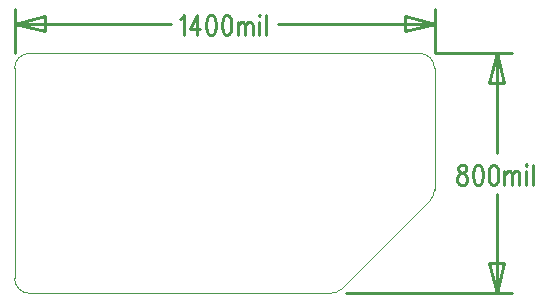
<source format=gbr>
G04 This is an RS-274x file exported by *
G04 gerbv version 2.6.1 *
G04 More information is available about gerbv at *
G04 http://gerbv.geda-project.org/ *
G04 --End of header info--*
%MOIN*%
%FSLAX34Y34*%
%IPPOS*%
%IN "KeyChainDevBoard.pcb"*%
G04 --Define apertures--*
%ADD10C,0.0010*%
%ADD11C,0.0100*%
G04 --Start main section--*
G54D10*
G01X0010000Y0010500D02*
G75*
G03X0010500Y0010000I0000500J0000000D01*
G01X0010000Y0010500D02*
G01X0010000Y0017500D01*
G01X0010500Y0018000D02*
G75*
G03X0010000Y0017500I0000000J-000500D01*
G01X0010500Y0018000D02*
G01X0023500Y0018000D01*
G01X0024000Y0017500D02*
G75*
G03X0023500Y0018000I-000500J0000000D01*
G01X0024000Y0017500D02*
G01X0024000Y0013457D01*
G01X0023854Y0013104D02*
G75*
G03X0024000Y0013457I-000354J0000353D01*
G01X0023854Y0013104D02*
G01X0020896Y0010146D01*
G01X0020543Y0010000D02*
G75*
G03X0020896Y0010146I0000000J0000500D01*
G01X0020543Y0010000D02*
G01X0010500Y0010000D01*
G01X0010000Y0017500D02*
G01X0010000Y0017500D01*
G01X0024000Y0017500D02*
G01X0024000Y0017500D01*
G01X0020543Y0010000D02*
G01X0020543Y0010000D01*
G01X0023500Y0018000D02*
G01X0023500Y0018000D01*
G54D11*
G01X0010000Y0018980D02*
G01X0015223Y0018980D01*
G01X0010000Y0018980D02*
G01X0011000Y0019230D01*
G01X0011000Y0019230D02*
G01X0011000Y0018730D01*
G01X0011000Y0018730D02*
G01X0010000Y0018980D01*
G01X0024000Y0018980D02*
G01X0018777Y0018980D01*
G01X0024000Y0018980D02*
G01X0023000Y0018730D01*
G01X0023000Y0018730D02*
G01X0023000Y0019230D01*
G01X0023000Y0019230D02*
G01X0024000Y0018980D01*
G01X0010000Y0018000D02*
G01X0010000Y0019480D01*
G01X0024000Y0018000D02*
G01X0024000Y0019480D01*
G01X0015523Y0019136D02*
G01X0015568Y0019168D01*
G01X0015568Y0019168D02*
G01X0015636Y0019261D01*
G01X0015636Y0019261D02*
G01X0015636Y0018605D01*
G01X0016068Y0019261D02*
G01X0015841Y0018824D01*
G01X0015841Y0018824D02*
G01X0016182Y0018824D01*
G01X0016068Y0019261D02*
G01X0016068Y0018605D01*
G01X0016523Y0019261D02*
G01X0016455Y0019230D01*
G01X0016455Y0019230D02*
G01X0016409Y0019136D01*
G01X0016409Y0019136D02*
G01X0016386Y0018980D01*
G01X0016386Y0018980D02*
G01X0016386Y0018886D01*
G01X0016386Y0018886D02*
G01X0016409Y0018730D01*
G01X0016409Y0018730D02*
G01X0016455Y0018636D01*
G01X0016455Y0018636D02*
G01X0016523Y0018605D01*
G01X0016523Y0018605D02*
G01X0016568Y0018605D01*
G01X0016568Y0018605D02*
G01X0016636Y0018636D01*
G01X0016636Y0018636D02*
G01X0016682Y0018730D01*
G01X0016682Y0018730D02*
G01X0016705Y0018886D01*
G01X0016705Y0018886D02*
G01X0016705Y0018980D01*
G01X0016705Y0018980D02*
G01X0016682Y0019136D01*
G01X0016682Y0019136D02*
G01X0016636Y0019230D01*
G01X0016636Y0019230D02*
G01X0016568Y0019261D01*
G01X0016568Y0019261D02*
G01X0016523Y0019261D01*
G01X0017046Y0019261D02*
G01X0016977Y0019230D01*
G01X0016977Y0019230D02*
G01X0016932Y0019136D01*
G01X0016932Y0019136D02*
G01X0016909Y0018980D01*
G01X0016909Y0018980D02*
G01X0016909Y0018886D01*
G01X0016909Y0018886D02*
G01X0016932Y0018730D01*
G01X0016932Y0018730D02*
G01X0016977Y0018636D01*
G01X0016977Y0018636D02*
G01X0017046Y0018605D01*
G01X0017046Y0018605D02*
G01X0017091Y0018605D01*
G01X0017091Y0018605D02*
G01X0017159Y0018636D01*
G01X0017159Y0018636D02*
G01X0017205Y0018730D01*
G01X0017205Y0018730D02*
G01X0017227Y0018886D01*
G01X0017227Y0018886D02*
G01X0017227Y0018980D01*
G01X0017227Y0018980D02*
G01X0017205Y0019136D01*
G01X0017205Y0019136D02*
G01X0017159Y0019230D01*
G01X0017159Y0019230D02*
G01X0017091Y0019261D01*
G01X0017091Y0019261D02*
G01X0017046Y0019261D01*
G01X0017432Y0019043D02*
G01X0017432Y0018605D01*
G01X0017432Y0018918D02*
G01X0017500Y0019011D01*
G01X0017500Y0019011D02*
G01X0017546Y0019043D01*
G01X0017546Y0019043D02*
G01X0017614Y0019043D01*
G01X0017614Y0019043D02*
G01X0017659Y0019011D01*
G01X0017659Y0019011D02*
G01X0017682Y0018918D01*
G01X0017682Y0018918D02*
G01X0017682Y0018605D01*
G01X0017682Y0018918D02*
G01X0017750Y0019011D01*
G01X0017750Y0019011D02*
G01X0017796Y0019043D01*
G01X0017796Y0019043D02*
G01X0017864Y0019043D01*
G01X0017864Y0019043D02*
G01X0017909Y0019011D01*
G01X0017909Y0019011D02*
G01X0017932Y0018918D01*
G01X0017932Y0018918D02*
G01X0017932Y0018605D01*
G01X0018136Y0019261D02*
G01X0018159Y0019230D01*
G01X0018159Y0019230D02*
G01X0018182Y0019261D01*
G01X0018182Y0019261D02*
G01X0018159Y0019293D01*
G01X0018159Y0019293D02*
G01X0018136Y0019261D01*
G01X0018159Y0019043D02*
G01X0018159Y0018605D01*
G01X0018386Y0019261D02*
G01X0018386Y0018605D01*
G01X0026070Y0010000D02*
G01X0026070Y0013325D01*
G01X0026070Y0010000D02*
G01X0025820Y0011000D01*
G01X0025820Y0011000D02*
G01X0026320Y0011000D01*
G01X0026320Y0011000D02*
G01X0026070Y0010000D01*
G01X0026070Y0018000D02*
G01X0026070Y0014675D01*
G01X0026070Y0018000D02*
G01X0026320Y0017000D01*
G01X0026320Y0017000D02*
G01X0025820Y0017000D01*
G01X0025820Y0017000D02*
G01X0026070Y0018000D01*
G01X0021043Y0010000D02*
G01X0026570Y0010000D01*
G01X0024000Y0018000D02*
G01X0026570Y0018000D01*
G01X0024877Y0014281D02*
G01X0024809Y0014250D01*
G01X0024809Y0014250D02*
G01X0024786Y0014188D01*
G01X0024786Y0014188D02*
G01X0024786Y0014125D01*
G01X0024786Y0014125D02*
G01X0024809Y0014063D01*
G01X0024809Y0014063D02*
G01X0024854Y0014031D01*
G01X0024854Y0014031D02*
G01X0024945Y0014000D01*
G01X0024945Y0014000D02*
G01X0025013Y0013969D01*
G01X0025013Y0013969D02*
G01X0025059Y0013906D01*
G01X0025059Y0013906D02*
G01X0025081Y0013844D01*
G01X0025081Y0013844D02*
G01X0025081Y0013750D01*
G01X0025081Y0013750D02*
G01X0025059Y0013688D01*
G01X0025059Y0013688D02*
G01X0025036Y0013656D01*
G01X0025036Y0013656D02*
G01X0024968Y0013625D01*
G01X0024968Y0013625D02*
G01X0024877Y0013625D01*
G01X0024877Y0013625D02*
G01X0024809Y0013656D01*
G01X0024809Y0013656D02*
G01X0024786Y0013688D01*
G01X0024786Y0013688D02*
G01X0024763Y0013750D01*
G01X0024763Y0013750D02*
G01X0024763Y0013844D01*
G01X0024763Y0013844D02*
G01X0024786Y0013906D01*
G01X0024786Y0013906D02*
G01X0024831Y0013969D01*
G01X0024831Y0013969D02*
G01X0024900Y0014000D01*
G01X0024900Y0014000D02*
G01X0024991Y0014031D01*
G01X0024991Y0014031D02*
G01X0025036Y0014063D01*
G01X0025036Y0014063D02*
G01X0025059Y0014125D01*
G01X0025059Y0014125D02*
G01X0025059Y0014188D01*
G01X0025059Y0014188D02*
G01X0025036Y0014250D01*
G01X0025036Y0014250D02*
G01X0024968Y0014281D01*
G01X0024968Y0014281D02*
G01X0024877Y0014281D01*
G01X0025422Y0014281D02*
G01X0025354Y0014250D01*
G01X0025354Y0014250D02*
G01X0025309Y0014156D01*
G01X0025309Y0014156D02*
G01X0025286Y0014000D01*
G01X0025286Y0014000D02*
G01X0025286Y0013906D01*
G01X0025286Y0013906D02*
G01X0025309Y0013750D01*
G01X0025309Y0013750D02*
G01X0025354Y0013656D01*
G01X0025354Y0013656D02*
G01X0025422Y0013625D01*
G01X0025422Y0013625D02*
G01X0025468Y0013625D01*
G01X0025468Y0013625D02*
G01X0025536Y0013656D01*
G01X0025536Y0013656D02*
G01X0025581Y0013750D01*
G01X0025581Y0013750D02*
G01X0025604Y0013906D01*
G01X0025604Y0013906D02*
G01X0025604Y0014000D01*
G01X0025604Y0014000D02*
G01X0025581Y0014156D01*
G01X0025581Y0014156D02*
G01X0025536Y0014250D01*
G01X0025536Y0014250D02*
G01X0025468Y0014281D01*
G01X0025468Y0014281D02*
G01X0025422Y0014281D01*
G01X0025945Y0014281D02*
G01X0025877Y0014250D01*
G01X0025877Y0014250D02*
G01X0025831Y0014156D01*
G01X0025831Y0014156D02*
G01X0025809Y0014000D01*
G01X0025809Y0014000D02*
G01X0025809Y0013906D01*
G01X0025809Y0013906D02*
G01X0025831Y0013750D01*
G01X0025831Y0013750D02*
G01X0025877Y0013656D01*
G01X0025877Y0013656D02*
G01X0025945Y0013625D01*
G01X0025945Y0013625D02*
G01X0025991Y0013625D01*
G01X0025991Y0013625D02*
G01X0026059Y0013656D01*
G01X0026059Y0013656D02*
G01X0026104Y0013750D01*
G01X0026104Y0013750D02*
G01X0026127Y0013906D01*
G01X0026127Y0013906D02*
G01X0026127Y0014000D01*
G01X0026127Y0014000D02*
G01X0026104Y0014156D01*
G01X0026104Y0014156D02*
G01X0026059Y0014250D01*
G01X0026059Y0014250D02*
G01X0025991Y0014281D01*
G01X0025991Y0014281D02*
G01X0025945Y0014281D01*
G01X0026331Y0014063D02*
G01X0026331Y0013625D01*
G01X0026331Y0013938D02*
G01X0026399Y0014031D01*
G01X0026399Y0014031D02*
G01X0026445Y0014063D01*
G01X0026445Y0014063D02*
G01X0026513Y0014063D01*
G01X0026513Y0014063D02*
G01X0026559Y0014031D01*
G01X0026559Y0014031D02*
G01X0026581Y0013938D01*
G01X0026581Y0013938D02*
G01X0026581Y0013625D01*
G01X0026581Y0013938D02*
G01X0026650Y0014031D01*
G01X0026650Y0014031D02*
G01X0026695Y0014063D01*
G01X0026695Y0014063D02*
G01X0026763Y0014063D01*
G01X0026763Y0014063D02*
G01X0026809Y0014031D01*
G01X0026809Y0014031D02*
G01X0026831Y0013938D01*
G01X0026831Y0013938D02*
G01X0026831Y0013625D01*
G01X0027036Y0014281D02*
G01X0027059Y0014250D01*
G01X0027059Y0014250D02*
G01X0027081Y0014281D01*
G01X0027081Y0014281D02*
G01X0027059Y0014313D01*
G01X0027059Y0014313D02*
G01X0027036Y0014281D01*
G01X0027059Y0014063D02*
G01X0027059Y0013625D01*
G01X0027286Y0014281D02*
G01X0027286Y0013625D01*
M02*

</source>
